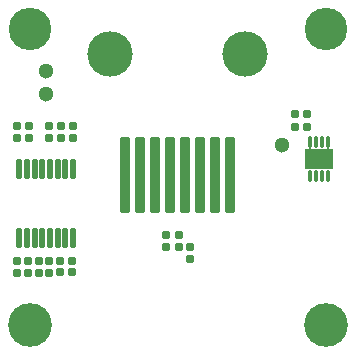
<source format=gts>
G04*
G04 #@! TF.GenerationSoftware,Altium Limited,Altium Designer,19.1.8 (144)*
G04*
G04 Layer_Color=8388736*
%FSAX43Y43*%
%MOMM*%
G71*
G01*
G75*
G04:AMPARAMS|DCode=20|XSize=0.86mm|YSize=6.45mm|CornerRadius=0.24mm|HoleSize=0mm|Usage=FLASHONLY|Rotation=180.000|XOffset=0mm|YOffset=0mm|HoleType=Round|Shape=RoundedRectangle|*
%AMROUNDEDRECTD20*
21,1,0.860,5.970,0,0,180.0*
21,1,0.380,6.450,0,0,180.0*
1,1,0.480,-0.190,2.985*
1,1,0.480,0.190,2.985*
1,1,0.480,0.190,-2.985*
1,1,0.480,-0.190,-2.985*
%
%ADD20ROUNDEDRECTD20*%
G04:AMPARAMS|DCode=21|XSize=1.7mm|YSize=0.55mm|CornerRadius=0.16mm|HoleSize=0mm|Usage=FLASHONLY|Rotation=90.000|XOffset=0mm|YOffset=0mm|HoleType=Round|Shape=RoundedRectangle|*
%AMROUNDEDRECTD21*
21,1,1.700,0.230,0,0,90.0*
21,1,1.380,0.550,0,0,90.0*
1,1,0.321,0.115,0.690*
1,1,0.321,0.115,-0.690*
1,1,0.321,-0.115,-0.690*
1,1,0.321,-0.115,0.690*
%
%ADD21ROUNDEDRECTD21*%
G04:AMPARAMS|DCode=22|XSize=0.7mm|YSize=0.7mm|CornerRadius=0.17mm|HoleSize=0mm|Usage=FLASHONLY|Rotation=270.000|XOffset=0mm|YOffset=0mm|HoleType=Round|Shape=RoundedRectangle|*
%AMROUNDEDRECTD22*
21,1,0.700,0.360,0,0,270.0*
21,1,0.360,0.700,0,0,270.0*
1,1,0.340,-0.180,-0.180*
1,1,0.340,-0.180,0.180*
1,1,0.340,0.180,0.180*
1,1,0.340,0.180,-0.180*
%
%ADD22ROUNDEDRECTD22*%
G04:AMPARAMS|DCode=23|XSize=0.7mm|YSize=0.7mm|CornerRadius=0.17mm|HoleSize=0mm|Usage=FLASHONLY|Rotation=0.000|XOffset=0mm|YOffset=0mm|HoleType=Round|Shape=RoundedRectangle|*
%AMROUNDEDRECTD23*
21,1,0.700,0.360,0,0,0.0*
21,1,0.360,0.700,0,0,0.0*
1,1,0.340,0.180,-0.180*
1,1,0.340,-0.180,-0.180*
1,1,0.340,-0.180,0.180*
1,1,0.340,0.180,0.180*
%
%ADD23ROUNDEDRECTD23*%
G04:AMPARAMS|DCode=24|XSize=1.75mm|YSize=2.35mm|CornerRadius=0.091mm|HoleSize=0mm|Usage=FLASHONLY|Rotation=90.000|XOffset=0mm|YOffset=0mm|HoleType=Round|Shape=RoundedRectangle|*
%AMROUNDEDRECTD24*
21,1,1.750,2.168,0,0,90.0*
21,1,1.568,2.350,0,0,90.0*
1,1,0.183,1.084,0.784*
1,1,0.183,1.084,-0.784*
1,1,0.183,-1.084,-0.784*
1,1,0.183,-1.084,0.784*
%
%ADD24ROUNDEDRECTD24*%
G04:AMPARAMS|DCode=25|XSize=0.4mm|YSize=0.95mm|CornerRadius=0.125mm|HoleSize=0mm|Usage=FLASHONLY|Rotation=180.000|XOffset=0mm|YOffset=0mm|HoleType=Round|Shape=RoundedRectangle|*
%AMROUNDEDRECTD25*
21,1,0.400,0.700,0,0,180.0*
21,1,0.150,0.950,0,0,180.0*
1,1,0.250,-0.075,0.350*
1,1,0.250,0.075,0.350*
1,1,0.250,0.075,-0.350*
1,1,0.250,-0.075,-0.350*
%
%ADD25ROUNDEDRECTD25*%
%ADD26C,1.300*%
%ADD27C,3.850*%
%ADD28C,3.703*%
%ADD29C,3.600*%
%ADD30C,0.803*%
D20*
X0115635Y0070175D02*
D03*
X0114365D02*
D03*
X0116905D02*
D03*
X0119445D02*
D03*
X0110555D02*
D03*
X0113095D02*
D03*
X0111825D02*
D03*
X0118175D02*
D03*
D21*
X0106125Y0064810D02*
D03*
X0105475D02*
D03*
X0101575D02*
D03*
X0102225D02*
D03*
Y0070640D02*
D03*
X0101575Y0070640D02*
D03*
X0105475D02*
D03*
X0106125Y0070640D02*
D03*
X0104825D02*
D03*
X0104175Y0070640D02*
D03*
X0103525Y0070640D02*
D03*
X0102875Y0070640D02*
D03*
X0102875Y0064810D02*
D03*
X0103525D02*
D03*
X0104175D02*
D03*
X0104825D02*
D03*
D22*
X0102300Y0061900D02*
D03*
Y0062900D02*
D03*
X0102425Y0074325D02*
D03*
Y0073325D02*
D03*
X0106150Y0074325D02*
D03*
Y0073325D02*
D03*
X0101400Y0061900D02*
D03*
Y0062900D02*
D03*
X0104100Y0061900D02*
D03*
Y0062900D02*
D03*
X0103200Y0061900D02*
D03*
Y0062900D02*
D03*
X0101375Y0073325D02*
D03*
Y0074325D02*
D03*
X0104050Y0074325D02*
D03*
Y0073325D02*
D03*
X0105100Y0074325D02*
D03*
Y0073325D02*
D03*
X0116000Y0064100D02*
D03*
Y0063100D02*
D03*
X0115100Y0064100D02*
D03*
Y0065100D02*
D03*
X0114000D02*
D03*
Y0064100D02*
D03*
D23*
X0105000Y0062900D02*
D03*
X0106000D02*
D03*
X0106000Y0062000D02*
D03*
X0105000Y0062000D02*
D03*
X0125900Y0074225D02*
D03*
X0124900D02*
D03*
X0125900Y0075300D02*
D03*
X0124900D02*
D03*
D24*
X0126950Y0071550D02*
D03*
D25*
X0127700Y0073000D02*
D03*
X0127200D02*
D03*
X0126700D02*
D03*
X0126200D02*
D03*
X0127700Y0070100D02*
D03*
X0127200D02*
D03*
X0126700D02*
D03*
X0126200D02*
D03*
D26*
X0123800Y0072700D02*
D03*
X0103800Y0079000D02*
D03*
Y0077000D02*
D03*
D27*
X0120715Y0080400D02*
D03*
X0109285D02*
D03*
D28*
X0102500Y0057500D02*
D03*
X0127500Y0057500D02*
D03*
D29*
X0102500Y0082500D02*
D03*
X0127500D02*
D03*
D30*
X0127700Y0071100D02*
D03*
X0126200D02*
D03*
X0126950Y0071550D02*
D03*
X0127700Y0072000D02*
D03*
X0126200D02*
D03*
M02*

</source>
